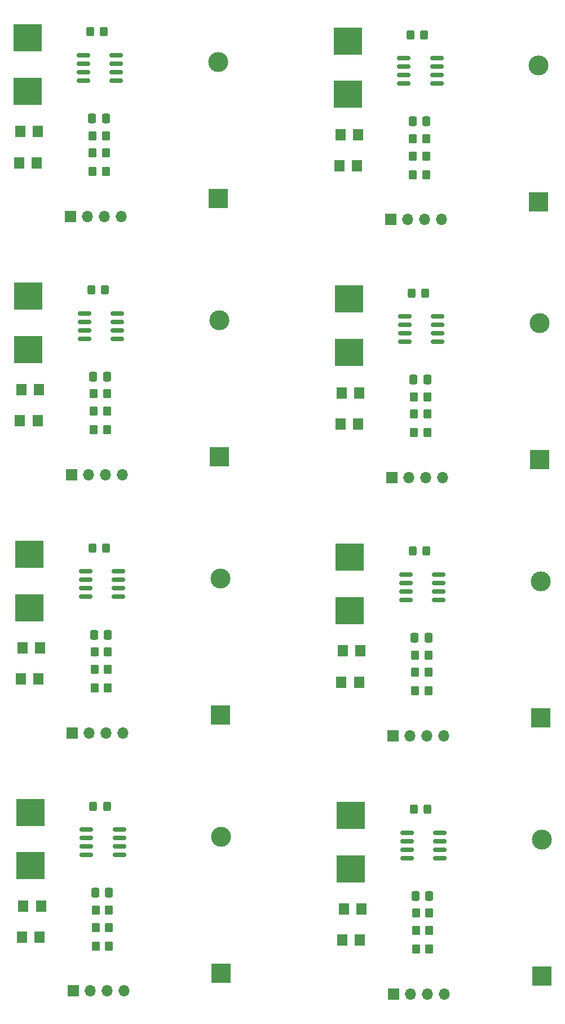
<source format=gbr>
%TF.GenerationSoftware,KiCad,Pcbnew,8.0.5*%
%TF.CreationDate,2024-12-11T00:22:58+01:00*%
%TF.ProjectId,rtc-module-kicad,7274632d-6d6f-4647-956c-652d6b696361,rev?*%
%TF.SameCoordinates,Original*%
%TF.FileFunction,Soldermask,Top*%
%TF.FilePolarity,Negative*%
%FSLAX46Y46*%
G04 Gerber Fmt 4.6, Leading zero omitted, Abs format (unit mm)*
G04 Created by KiCad (PCBNEW 8.0.5) date 2024-12-11 00:22:58*
%MOMM*%
%LPD*%
G01*
G04 APERTURE LIST*
G04 Aperture macros list*
%AMRoundRect*
0 Rectangle with rounded corners*
0 $1 Rounding radius*
0 $2 $3 $4 $5 $6 $7 $8 $9 X,Y pos of 4 corners*
0 Add a 4 corners polygon primitive as box body*
4,1,4,$2,$3,$4,$5,$6,$7,$8,$9,$2,$3,0*
0 Add four circle primitives for the rounded corners*
1,1,$1+$1,$2,$3*
1,1,$1+$1,$4,$5*
1,1,$1+$1,$6,$7*
1,1,$1+$1,$8,$9*
0 Add four rect primitives between the rounded corners*
20,1,$1+$1,$2,$3,$4,$5,0*
20,1,$1+$1,$4,$5,$6,$7,0*
20,1,$1+$1,$6,$7,$8,$9,0*
20,1,$1+$1,$8,$9,$2,$3,0*%
G04 Aperture macros list end*
%ADD10RoundRect,0.250000X-0.350000X-0.450000X0.350000X-0.450000X0.350000X0.450000X-0.350000X0.450000X0*%
%ADD11RoundRect,0.150000X-0.825000X-0.150000X0.825000X-0.150000X0.825000X0.150000X-0.825000X0.150000X0*%
%ADD12R,1.524000X1.676400*%
%ADD13RoundRect,0.250000X-0.337500X-0.475000X0.337500X-0.475000X0.337500X0.475000X-0.337500X0.475000X0*%
%ADD14R,3.000000X3.000000*%
%ADD15C,3.000000*%
%ADD16R,1.700000X1.700000*%
%ADD17O,1.700000X1.700000*%
%ADD18RoundRect,0.250000X-0.325000X-0.450000X0.325000X-0.450000X0.325000X0.450000X-0.325000X0.450000X0*%
%ADD19R,4.200000X4.025000*%
G04 APERTURE END LIST*
D10*
%TO.C,150R*%
X76740000Y-94386400D03*
X78740000Y-94386400D03*
%TD*%
D11*
%TO.C,U1*%
X75364800Y-76911200D03*
X75364800Y-78181200D03*
X75364800Y-79451200D03*
X75364800Y-80721200D03*
X80314800Y-80721200D03*
X80314800Y-79451200D03*
X80314800Y-78181200D03*
X80314800Y-76911200D03*
%TD*%
D12*
%TO.C,D2*%
X65887600Y-88392000D03*
X68529200Y-88392000D03*
%TD*%
D13*
%TO.C,10uF/6.3V*%
X76665000Y-86410800D03*
X78740000Y-86410800D03*
%TD*%
D10*
%TO.C,R2*%
X76740000Y-89001600D03*
X78740000Y-89001600D03*
%TD*%
D12*
%TO.C,D1*%
X65684400Y-93065600D03*
X68326000Y-93065600D03*
%TD*%
D14*
%TO.C,J1*%
X95605599Y-98457601D03*
D15*
X95605599Y-77967601D03*
%TD*%
D16*
%TO.C,J2*%
X73406000Y-101142800D03*
D17*
X75946000Y-101142800D03*
X78486000Y-101142800D03*
X81026000Y-101142800D03*
%TD*%
D18*
%TO.C,LED*%
X76385200Y-73406000D03*
X78435200Y-73406000D03*
%TD*%
D10*
%TO.C,R1*%
X76740000Y-91592400D03*
X78740000Y-91592400D03*
%TD*%
D19*
%TO.C,Crystal*%
X66954400Y-74321800D03*
X66954400Y-82346800D03*
%TD*%
D10*
%TO.C,150R*%
X76587600Y-55626000D03*
X78587600Y-55626000D03*
%TD*%
D11*
%TO.C,U1*%
X75212400Y-38150800D03*
X75212400Y-39420800D03*
X75212400Y-40690800D03*
X75212400Y-41960800D03*
X80162400Y-41960800D03*
X80162400Y-40690800D03*
X80162400Y-39420800D03*
X80162400Y-38150800D03*
%TD*%
D12*
%TO.C,D2*%
X65735200Y-49631600D03*
X68376800Y-49631600D03*
%TD*%
D18*
%TO.C,LED*%
X76232800Y-34645600D03*
X78282800Y-34645600D03*
%TD*%
D19*
%TO.C,Crystal*%
X66802000Y-35561400D03*
X66802000Y-43586400D03*
%TD*%
D13*
%TO.C,10uF/6.3V*%
X76512600Y-47650400D03*
X78587600Y-47650400D03*
%TD*%
D10*
%TO.C,150R*%
X124695200Y-56083200D03*
X126695200Y-56083200D03*
%TD*%
D12*
%TO.C,D1*%
X65532000Y-54305200D03*
X68173600Y-54305200D03*
%TD*%
D10*
%TO.C,R1*%
X76587600Y-52832000D03*
X78587600Y-52832000D03*
%TD*%
D12*
%TO.C,D1*%
X113639600Y-54762400D03*
X116281200Y-54762400D03*
%TD*%
D10*
%TO.C,R2*%
X124695200Y-50698400D03*
X126695200Y-50698400D03*
%TD*%
D14*
%TO.C,J1*%
X95453199Y-59697201D03*
D15*
X95453199Y-39207201D03*
%TD*%
D19*
%TO.C,Crystal*%
X114909600Y-36018600D03*
X114909600Y-44043600D03*
%TD*%
D16*
%TO.C,J2*%
X73253600Y-62382400D03*
D17*
X75793600Y-62382400D03*
X78333600Y-62382400D03*
X80873600Y-62382400D03*
%TD*%
D18*
%TO.C,LED*%
X124340400Y-35102800D03*
X126390400Y-35102800D03*
%TD*%
D13*
%TO.C,10uF/6.3V*%
X124620200Y-48107600D03*
X126695200Y-48107600D03*
%TD*%
D11*
%TO.C,U1*%
X123320000Y-38608000D03*
X123320000Y-39878000D03*
X123320000Y-41148000D03*
X123320000Y-42418000D03*
X128270000Y-42418000D03*
X128270000Y-41148000D03*
X128270000Y-39878000D03*
X128270000Y-38608000D03*
%TD*%
D12*
%TO.C,D2*%
X113842800Y-50088800D03*
X116484400Y-50088800D03*
%TD*%
D10*
%TO.C,R1*%
X124695200Y-53289200D03*
X126695200Y-53289200D03*
%TD*%
%TO.C,R2*%
X76587600Y-50241200D03*
X78587600Y-50241200D03*
%TD*%
D14*
%TO.C,J1*%
X143560799Y-60154401D03*
D15*
X143560799Y-39664401D03*
%TD*%
D19*
%TO.C,Crystal*%
X115062000Y-74779000D03*
X115062000Y-82804000D03*
%TD*%
D10*
%TO.C,150R*%
X124847600Y-94843600D03*
X126847600Y-94843600D03*
%TD*%
D18*
%TO.C,LED*%
X124492800Y-73863200D03*
X126542800Y-73863200D03*
%TD*%
D11*
%TO.C,U1*%
X123472400Y-77368400D03*
X123472400Y-78638400D03*
X123472400Y-79908400D03*
X123472400Y-81178400D03*
X128422400Y-81178400D03*
X128422400Y-79908400D03*
X128422400Y-78638400D03*
X128422400Y-77368400D03*
%TD*%
D12*
%TO.C,D2*%
X113995200Y-88849200D03*
X116636800Y-88849200D03*
%TD*%
%TO.C,D1*%
X113792000Y-93522800D03*
X116433600Y-93522800D03*
%TD*%
D10*
%TO.C,R1*%
X124847600Y-92049600D03*
X126847600Y-92049600D03*
%TD*%
D13*
%TO.C,10uF/6.3V*%
X124772600Y-86868000D03*
X126847600Y-86868000D03*
%TD*%
D10*
%TO.C,R2*%
X124847600Y-89458800D03*
X126847600Y-89458800D03*
%TD*%
D16*
%TO.C,J2*%
X121513600Y-101600000D03*
D17*
X124053600Y-101600000D03*
X126593600Y-101600000D03*
X129133600Y-101600000D03*
%TD*%
D16*
%TO.C,J2*%
X121361200Y-62839600D03*
D17*
X123901200Y-62839600D03*
X126441200Y-62839600D03*
X128981200Y-62839600D03*
%TD*%
D14*
%TO.C,J1*%
X143713199Y-98914801D03*
D15*
X143713199Y-78424801D03*
%TD*%
D10*
%TO.C,150R*%
X76892400Y-133146800D03*
X78892400Y-133146800D03*
%TD*%
D11*
%TO.C,U1*%
X75517200Y-115671600D03*
X75517200Y-116941600D03*
X75517200Y-118211600D03*
X75517200Y-119481600D03*
X80467200Y-119481600D03*
X80467200Y-118211600D03*
X80467200Y-116941600D03*
X80467200Y-115671600D03*
%TD*%
D12*
%TO.C,D2*%
X66040000Y-127152400D03*
X68681600Y-127152400D03*
%TD*%
D13*
%TO.C,10uF/6.3V*%
X76817400Y-125171200D03*
X78892400Y-125171200D03*
%TD*%
D10*
%TO.C,R2*%
X76892400Y-127762000D03*
X78892400Y-127762000D03*
%TD*%
D12*
%TO.C,D1*%
X65836800Y-131826000D03*
X68478400Y-131826000D03*
%TD*%
D14*
%TO.C,J1*%
X95757999Y-137218001D03*
D15*
X95757999Y-116728001D03*
%TD*%
D16*
%TO.C,J2*%
X73558400Y-139903200D03*
D17*
X76098400Y-139903200D03*
X78638400Y-139903200D03*
X81178400Y-139903200D03*
%TD*%
D18*
%TO.C,LED*%
X76537600Y-112166400D03*
X78587600Y-112166400D03*
%TD*%
D10*
%TO.C,R1*%
X76892400Y-130352800D03*
X78892400Y-130352800D03*
%TD*%
D19*
%TO.C,Crystal*%
X67106800Y-113082200D03*
X67106800Y-121107200D03*
%TD*%
%TO.C,Crystal*%
X115214400Y-113539400D03*
X115214400Y-121564400D03*
%TD*%
D10*
%TO.C,150R*%
X125000000Y-133604000D03*
X127000000Y-133604000D03*
%TD*%
D18*
%TO.C,LED*%
X124645200Y-112623600D03*
X126695200Y-112623600D03*
%TD*%
D11*
%TO.C,U1*%
X123624800Y-116128800D03*
X123624800Y-117398800D03*
X123624800Y-118668800D03*
X123624800Y-119938800D03*
X128574800Y-119938800D03*
X128574800Y-118668800D03*
X128574800Y-117398800D03*
X128574800Y-116128800D03*
%TD*%
D12*
%TO.C,D2*%
X114147600Y-127609600D03*
X116789200Y-127609600D03*
%TD*%
%TO.C,D1*%
X113944400Y-132283200D03*
X116586000Y-132283200D03*
%TD*%
D10*
%TO.C,R1*%
X125000000Y-130810000D03*
X127000000Y-130810000D03*
%TD*%
D13*
%TO.C,10uF/6.3V*%
X124925000Y-125628400D03*
X127000000Y-125628400D03*
%TD*%
D10*
%TO.C,R2*%
X125000000Y-128219200D03*
X127000000Y-128219200D03*
%TD*%
D16*
%TO.C,J2*%
X121666000Y-140360400D03*
D17*
X124206000Y-140360400D03*
X126746000Y-140360400D03*
X129286000Y-140360400D03*
%TD*%
D14*
%TO.C,J1*%
X143865599Y-137675201D03*
D15*
X143865599Y-117185201D03*
%TD*%
D10*
%TO.C,150R*%
X125152400Y-172364400D03*
X127152400Y-172364400D03*
%TD*%
D11*
%TO.C,U1*%
X123777200Y-154889200D03*
X123777200Y-156159200D03*
X123777200Y-157429200D03*
X123777200Y-158699200D03*
X128727200Y-158699200D03*
X128727200Y-157429200D03*
X128727200Y-156159200D03*
X128727200Y-154889200D03*
%TD*%
D12*
%TO.C,D2*%
X114300000Y-166370000D03*
X116941600Y-166370000D03*
%TD*%
D13*
%TO.C,10uF/6.3V*%
X125077400Y-164388800D03*
X127152400Y-164388800D03*
%TD*%
D10*
%TO.C,R2*%
X125152400Y-166979600D03*
X127152400Y-166979600D03*
%TD*%
D12*
%TO.C,D1*%
X114096800Y-171043600D03*
X116738400Y-171043600D03*
%TD*%
D14*
%TO.C,J1*%
X144017999Y-176435601D03*
D15*
X144017999Y-155945601D03*
%TD*%
D16*
%TO.C,J2*%
X121818400Y-179120800D03*
D17*
X124358400Y-179120800D03*
X126898400Y-179120800D03*
X129438400Y-179120800D03*
%TD*%
D18*
%TO.C,LED*%
X124797600Y-151384000D03*
X126847600Y-151384000D03*
%TD*%
D10*
%TO.C,R1*%
X125152400Y-169570400D03*
X127152400Y-169570400D03*
%TD*%
D19*
%TO.C,Crystal*%
X115366800Y-152299800D03*
X115366800Y-160324800D03*
%TD*%
D18*
%TO.C,LED*%
X78740000Y-150926800D03*
X76690000Y-150926800D03*
%TD*%
D17*
%TO.C,J2*%
X81330800Y-178663600D03*
X78790800Y-178663600D03*
X76250800Y-178663600D03*
D16*
X73710800Y-178663600D03*
%TD*%
D15*
%TO.C,J1*%
X95910399Y-155488401D03*
D14*
X95910399Y-175978401D03*
%TD*%
D12*
%TO.C,D1*%
X68630800Y-170586400D03*
X65989200Y-170586400D03*
%TD*%
D19*
%TO.C,Crystal*%
X67259200Y-159867600D03*
X67259200Y-151842600D03*
%TD*%
D10*
%TO.C,R2*%
X79044800Y-166522400D03*
X77044800Y-166522400D03*
%TD*%
%TO.C,R1*%
X79044800Y-169113200D03*
X77044800Y-169113200D03*
%TD*%
D13*
%TO.C,10uF/6.3V*%
X79044800Y-163931600D03*
X76969800Y-163931600D03*
%TD*%
D12*
%TO.C,D2*%
X68834000Y-165912800D03*
X66192400Y-165912800D03*
%TD*%
D11*
%TO.C,U1*%
X80619600Y-154432000D03*
X80619600Y-155702000D03*
X80619600Y-156972000D03*
X80619600Y-158242000D03*
X75669600Y-158242000D03*
X75669600Y-156972000D03*
X75669600Y-155702000D03*
X75669600Y-154432000D03*
%TD*%
D10*
%TO.C,150R*%
X79044800Y-171907200D03*
X77044800Y-171907200D03*
%TD*%
M02*

</source>
